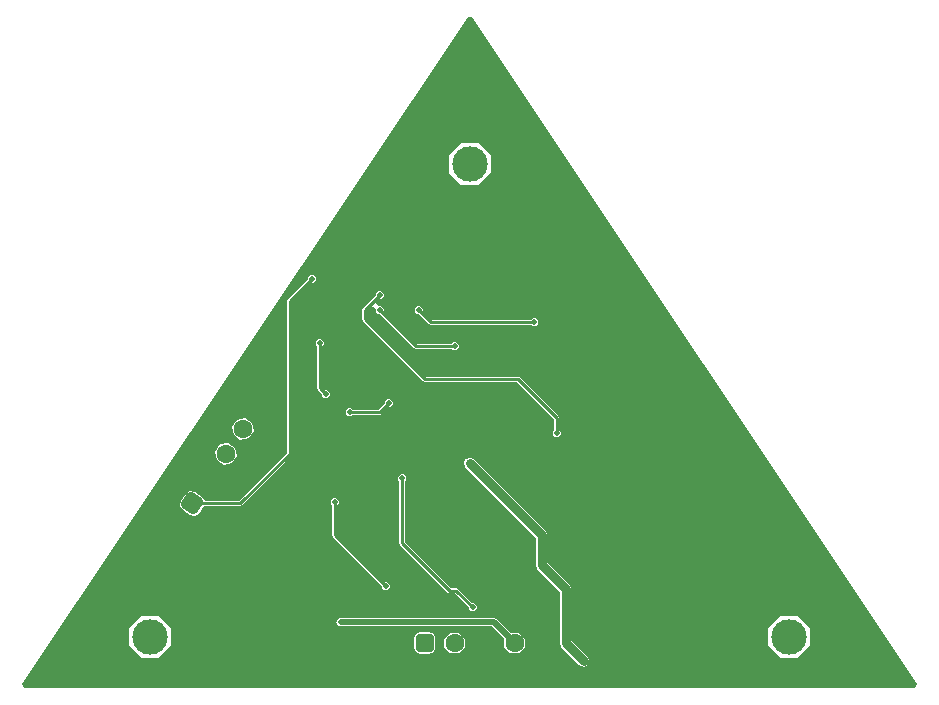
<source format=gbl>
G04*
G04 #@! TF.GenerationSoftware,Altium Limited,Altium Designer,21.6.4 (81)*
G04*
G04 Layer_Physical_Order=2*
G04 Layer_Color=9720587*
%FSLAX23Y23*%
%MOIN*%
G70*
G04*
G04 #@! TF.SameCoordinates,5C7EE660-6927-4EDB-96E5-1C855801FDE5*
G04*
G04*
G04 #@! TF.FilePolarity,Positive*
G04*
G01*
G75*
%ADD67C,0.010*%
%ADD69C,0.020*%
%ADD70C,0.030*%
%ADD71C,0.118*%
%ADD72C,0.063*%
G04:AMPARAMS|DCode=73|XSize=63mil|YSize=63mil|CornerRadius=16mil|HoleSize=0mil|Usage=FLASHONLY|Rotation=56.000|XOffset=0mil|YOffset=0mil|HoleType=Round|Shape=RoundedRectangle|*
%AMROUNDEDRECTD73*
21,1,0.063,0.031,0,0,56.0*
21,1,0.031,0.063,0,0,56.0*
1,1,0.031,0.022,0.004*
1,1,0.031,0.004,-0.022*
1,1,0.031,-0.022,-0.004*
1,1,0.031,-0.004,0.022*
%
%ADD73ROUNDEDRECTD73*%
G04:AMPARAMS|DCode=74|XSize=63mil|YSize=63mil|CornerRadius=16mil|HoleSize=0mil|Usage=FLASHONLY|Rotation=0.000|XOffset=0mil|YOffset=0mil|HoleType=Round|Shape=RoundedRectangle|*
%AMROUNDEDRECTD74*
21,1,0.063,0.031,0,0,0.0*
21,1,0.031,0.063,0,0,0.0*
1,1,0.031,0.016,-0.016*
1,1,0.031,-0.016,-0.016*
1,1,0.031,-0.016,0.016*
1,1,0.031,0.016,0.016*
%
%ADD74ROUNDEDRECTD74*%
%ADD75C,0.020*%
G36*
X1491Y-737D02*
X1484Y-750D01*
X-1484D01*
X-1491Y-737D01*
X-7Y1489D01*
X7D01*
X1491Y-737D01*
D02*
G37*
%LPC*%
G36*
X29Y1067D02*
X-29D01*
X-70Y1026D01*
Y968D01*
X-29Y927D01*
X29D01*
X70Y968D01*
Y1026D01*
X29Y1067D01*
D02*
G37*
G36*
X-165Y523D02*
X-175D01*
X-183Y515D01*
Y505D01*
X-175Y497D01*
X-169D01*
X-136Y464D01*
X-130Y461D01*
X205D01*
X210Y457D01*
X220D01*
X228Y465D01*
Y475D01*
X220Y483D01*
X210D01*
X205Y479D01*
X-126D01*
X-157Y509D01*
Y515D01*
X-165Y523D01*
D02*
G37*
G36*
X-295Y573D02*
X-305D01*
X-313Y565D01*
Y559D01*
X-356Y516D01*
X-359Y510D01*
Y480D01*
X-356Y474D01*
X-156Y274D01*
X-150Y271D01*
X157D01*
X281Y147D01*
Y110D01*
X277Y105D01*
Y95D01*
X285Y87D01*
X295D01*
X303Y95D01*
Y105D01*
X299Y110D01*
Y151D01*
X296Y157D01*
X167Y286D01*
X161Y289D01*
X-146D01*
X-341Y484D01*
Y506D01*
X-325Y523D01*
X-313Y514D01*
X-313Y512D01*
X-313D01*
X-313Y512D01*
Y505D01*
X-305Y497D01*
X-299D01*
X-186Y384D01*
X-180Y381D01*
X-60D01*
X-55Y377D01*
X-45D01*
X-37Y385D01*
Y395D01*
X-45Y403D01*
X-55D01*
X-60Y399D01*
X-176D01*
X-287Y509D01*
Y515D01*
X-295Y523D01*
X-304Y523D01*
X-313Y535D01*
X-301Y547D01*
X-295D01*
X-287Y555D01*
Y565D01*
X-295Y573D01*
D02*
G37*
G36*
X-495Y413D02*
X-505D01*
X-513Y405D01*
Y395D01*
X-509Y390D01*
Y250D01*
X-506Y244D01*
X-493Y231D01*
Y225D01*
X-485Y217D01*
X-475D01*
X-467Y225D01*
Y235D01*
X-475Y243D01*
X-481D01*
X-491Y254D01*
Y390D01*
X-487Y395D01*
Y405D01*
X-495Y413D01*
D02*
G37*
G36*
X-265Y213D02*
X-275D01*
X-283Y205D01*
Y199D01*
X-304Y179D01*
X-390D01*
X-395Y183D01*
X-405D01*
X-413Y175D01*
Y165D01*
X-405Y157D01*
X-395D01*
X-390Y161D01*
X-300D01*
X-294Y164D01*
X-271Y187D01*
X-265D01*
X-257Y195D01*
Y205D01*
X-265Y213D01*
D02*
G37*
G36*
X-749Y151D02*
X-777Y145D01*
X-793Y122D01*
X-787Y94D01*
X-764Y78D01*
X-736Y83D01*
X-720Y107D01*
X-725Y135D01*
X-749Y151D01*
D02*
G37*
G36*
X-805Y68D02*
X-833Y63D01*
X-849Y39D01*
X-843Y11D01*
X-819Y-5D01*
X-791Y0D01*
X-775Y24D01*
X-781Y52D01*
X-805Y68D01*
D02*
G37*
G36*
X-520Y628D02*
X-530D01*
X-538Y620D01*
Y614D01*
X-606Y546D01*
X-609Y540D01*
Y34D01*
X-768Y-126D01*
X-882D01*
X-891Y-113D01*
X-917Y-96D01*
X-932Y-93D01*
X-945Y-101D01*
X-963Y-127D01*
X-966Y-142D01*
X-957Y-155D01*
X-931Y-173D01*
X-916Y-176D01*
X-903Y-168D01*
X-886Y-143D01*
X-764D01*
X-758Y-140D01*
X-594Y24D01*
X-591Y30D01*
Y536D01*
X-526Y602D01*
X-520D01*
X-512Y610D01*
Y620D01*
X-520Y628D01*
D02*
G37*
G36*
X-445Y-117D02*
X-455D01*
X-463Y-125D01*
Y-135D01*
X-459Y-140D01*
Y-240D01*
X-456Y-246D01*
X-293Y-409D01*
Y-415D01*
X-285Y-423D01*
X-275D01*
X-267Y-415D01*
Y-405D01*
X-275Y-397D01*
X-281D01*
X-441Y-236D01*
Y-140D01*
X-437Y-135D01*
Y-125D01*
X-445Y-117D01*
D02*
G37*
G36*
X-220Y-37D02*
X-230D01*
X-238Y-45D01*
Y-55D01*
X-234Y-60D01*
Y-265D01*
X-231Y-271D01*
X-71Y-431D01*
X-65Y-434D01*
X-49D01*
X-3Y-479D01*
Y-485D01*
X5Y-493D01*
X15D01*
X23Y-485D01*
Y-475D01*
X15Y-467D01*
X9D01*
X-39Y-419D01*
X-45Y-416D01*
X-61D01*
X-216Y-261D01*
Y-60D01*
X-212Y-55D01*
Y-45D01*
X-220Y-37D01*
D02*
G37*
G36*
X80Y-516D02*
X-430D01*
X-433Y-517D01*
X-435D01*
X-437Y-519D01*
X-440Y-520D01*
X-441Y-523D01*
X-443Y-525D01*
Y-527D01*
X-444Y-530D01*
X-443Y-533D01*
Y-535D01*
X-441Y-537D01*
X-440Y-540D01*
X-437Y-541D01*
X-435Y-543D01*
X-433D01*
X-430Y-544D01*
X74D01*
X116Y-586D01*
X116Y-586D01*
Y-614D01*
X136Y-634D01*
X164D01*
X184Y-614D01*
Y-586D01*
X164Y-566D01*
X136D01*
X136Y-566D01*
X90Y-520D01*
X80Y-516D01*
D02*
G37*
G36*
X-36Y-566D02*
X-64D01*
X-84Y-586D01*
Y-614D01*
X-64Y-634D01*
X-36D01*
X-16Y-614D01*
Y-586D01*
X-36Y-566D01*
D02*
G37*
G36*
X-134Y-564D02*
X-166D01*
X-180Y-570D01*
X-186Y-584D01*
Y-616D01*
X-180Y-630D01*
X-166Y-636D01*
X-134D01*
X-120Y-630D01*
X-114Y-616D01*
Y-584D01*
X-120Y-570D01*
X-134Y-564D01*
D02*
G37*
G36*
X1094Y-508D02*
X1036D01*
X995Y-549D01*
Y-607D01*
X1036Y-648D01*
X1094D01*
X1135Y-607D01*
Y-549D01*
X1094Y-508D01*
D02*
G37*
G36*
X-1036D02*
X-1094D01*
X-1135Y-549D01*
Y-607D01*
X-1094Y-648D01*
X-1036D01*
X-995Y-607D01*
Y-549D01*
X-1036Y-508D01*
D02*
G37*
G36*
X0Y19D02*
X-14Y14D01*
X-19Y0D01*
X-14Y-14D01*
X221Y-248D01*
Y-340D01*
X226Y-354D01*
X301Y-428D01*
Y-600D01*
X306Y-614D01*
X366Y-674D01*
X380Y-679D01*
X394Y-674D01*
X399Y-660D01*
X394Y-646D01*
X339Y-592D01*
Y-420D01*
X334Y-406D01*
X259Y-332D01*
Y-240D01*
X254Y-226D01*
X14Y14D01*
X0Y19D01*
D02*
G37*
%LPD*%
D67*
X-130Y470D02*
X215D01*
X-45Y-425D02*
X10Y-480D01*
X-65Y-425D02*
X-45D01*
X-225Y-265D02*
Y-50D01*
Y-265D02*
X-65Y-425D01*
X290Y100D02*
Y151D01*
X161Y280D02*
X290Y151D01*
X-150Y280D02*
X161D01*
X-450Y-240D02*
Y-130D01*
Y-240D02*
X-280Y-410D01*
X-500Y250D02*
X-480Y230D01*
X-500Y250D02*
Y400D01*
X-300Y170D02*
X-270Y200D01*
X-400Y170D02*
X-300D01*
X-600Y540D02*
X-525Y615D01*
X-600Y30D02*
Y540D01*
X-764Y-134D02*
X-600Y30D01*
X-924Y-134D02*
X-764D01*
X-350Y480D02*
X-150Y280D01*
X-300Y510D02*
X-180Y390D01*
X-50D01*
X-350Y510D02*
X-300Y560D01*
X-350Y480D02*
Y510D01*
X-170D02*
X-130Y470D01*
D69*
X-430Y-530D02*
X80D01*
X150Y-600D01*
D70*
X0Y0D02*
X240Y-240D01*
Y-340D02*
Y-240D01*
X320Y-600D02*
X380Y-660D01*
X320Y-600D02*
Y-420D01*
X240Y-340D02*
X320Y-420D01*
D71*
X-1065Y-578D02*
D03*
X0Y997D02*
D03*
X1065Y-578D02*
D03*
D72*
X-756Y114D02*
D03*
X-812Y31D02*
D03*
X-868Y-51D02*
D03*
X-50Y-600D02*
D03*
X50D02*
D03*
X150D02*
D03*
D73*
X-924Y-134D02*
D03*
D74*
X-150Y-600D02*
D03*
D75*
X-95Y-20D02*
D03*
X215Y470D02*
D03*
X710Y365D02*
D03*
X355Y275D02*
D03*
X550Y530D02*
D03*
X685Y215D02*
D03*
X10Y-480D02*
D03*
X-225Y-50D02*
D03*
X0Y0D02*
D03*
X290Y100D02*
D03*
X-260Y-330D02*
D03*
X825Y-185D02*
D03*
X485Y-130D02*
D03*
X885Y-30D02*
D03*
X745Y150D02*
D03*
X-430Y-530D02*
D03*
X-450Y-130D02*
D03*
X270Y720D02*
D03*
X-560Y370D02*
D03*
X-780Y-415D02*
D03*
X545Y-500D02*
D03*
X615Y-350D02*
D03*
X-945Y-655D02*
D03*
X140Y520D02*
D03*
X-395Y635D02*
D03*
X-135Y700D02*
D03*
X250Y560D02*
D03*
X240Y-340D02*
D03*
X380Y-660D02*
D03*
X-280Y-410D02*
D03*
X-500Y400D02*
D03*
X-480Y230D02*
D03*
X-270Y200D02*
D03*
X-400Y170D02*
D03*
X-525Y615D02*
D03*
X-300Y510D02*
D03*
X-50Y390D02*
D03*
X-170Y510D02*
D03*
X-300Y560D02*
D03*
M02*

</source>
